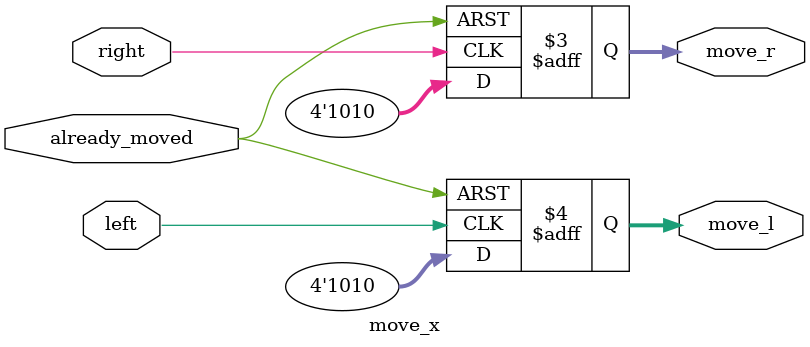
<source format=v>
module move_x( left, right, move_l, move_r, already_moved);
	input already_moved;
	input left, right;
	output reg [3:0] move_l, move_r;
	
//	output [4:0] move;
	
//	assign move = move_l + move_r;
	
	always @(posedge left, posedge already_moved)
		begin
//		if (!resetn) begin
//			move_l <= 5'd0;
//		end
		if (already_moved) begin
			move_l <= 4'd0;
		end
		else
			 move_l <= 4'd10;
		end
		
	always @(posedge right, posedge already_moved)
		begin
//		if (!resetn) begin
//			move_r <= 5'd0;
//		end
		if (already_moved) begin
			move_r <= 4'd0;
		end
		else
			 move_r <= 4'd10;
		end
	
endmodule 
</source>
